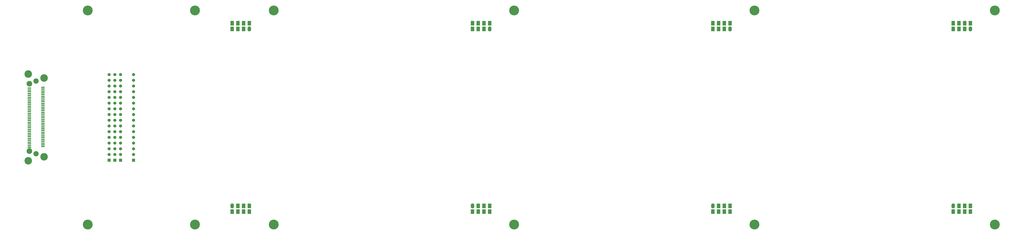
<source format=gts>
G04 Layer_Color=8388736*
%FSLAX44Y44*%
%MOMM*%
G71*
G01*
G75*
%ADD32R,1.6016X0.5516*%
%ADD33C,2.3516*%
%ADD34O,1.5240X2.2606*%
%ADD35R,1.5240X2.0066*%
%ADD36R,1.3716X1.3716*%
%ADD37C,1.3716*%
%ADD38C,3.3416*%
%ADD39C,2.5016*%
%ADD40C,4.3800*%
D32*
X26896Y-29746D02*
D03*
Y-13746D02*
D03*
X86896Y-89746D02*
D03*
X26896Y-85746D02*
D03*
Y-93746D02*
D03*
Y-133746D02*
D03*
X86896Y-25746D02*
D03*
Y-17746D02*
D03*
Y-33746D02*
D03*
Y118254D02*
D03*
Y102254D02*
D03*
Y86254D02*
D03*
Y70254D02*
D03*
Y54254D02*
D03*
Y38254D02*
D03*
Y22254D02*
D03*
Y-121746D02*
D03*
Y-105746D02*
D03*
Y-73746D02*
D03*
Y-57746D02*
D03*
Y-41746D02*
D03*
Y-9746D02*
D03*
X26896Y-117746D02*
D03*
Y-101746D02*
D03*
Y-69746D02*
D03*
Y-53746D02*
D03*
Y-37746D02*
D03*
Y-21746D02*
D03*
Y58254D02*
D03*
Y10254D02*
D03*
X86896Y-113746D02*
D03*
X86896Y-97746D02*
D03*
X86896Y-81746D02*
D03*
Y-65746D02*
D03*
Y-49746D02*
D03*
Y110254D02*
D03*
Y94254D02*
D03*
Y62254D02*
D03*
Y46254D02*
D03*
Y30254D02*
D03*
Y14254D02*
D03*
X26896Y-125746D02*
D03*
Y-109746D02*
D03*
Y-77746D02*
D03*
Y-61746D02*
D03*
Y-45746D02*
D03*
Y98254D02*
D03*
Y50254D02*
D03*
Y18254D02*
D03*
X86896Y126254D02*
D03*
X26896Y114254D02*
D03*
X86896Y-129746D02*
D03*
X86896Y78254D02*
D03*
X26896Y42254D02*
D03*
Y34254D02*
D03*
Y82254D02*
D03*
Y74254D02*
D03*
Y66254D02*
D03*
X86896Y134254D02*
D03*
X26896Y122254D02*
D03*
Y106254D02*
D03*
Y26254D02*
D03*
Y-5746D02*
D03*
X86896Y6254D02*
D03*
X26896Y130254D02*
D03*
X86896Y-1746D02*
D03*
X26896Y2254D02*
D03*
Y90254D02*
D03*
D33*
X56896Y162254D02*
D03*
Y-161746D02*
D03*
D34*
X1993900Y-393700D02*
D03*
X927100D02*
D03*
X1003300Y393700D02*
D03*
X2070100D02*
D03*
X3060700Y-393700D02*
D03*
X3136900Y393700D02*
D03*
X4203700D02*
D03*
X4127500Y-393700D02*
D03*
D35*
X2070100Y-419100D02*
D03*
X2044700D02*
D03*
X2019300D02*
D03*
X1993900D02*
D03*
X2044700Y-393700D02*
D03*
X2019300D02*
D03*
X2070100D02*
D03*
X1003300Y-419100D02*
D03*
X977900D02*
D03*
X952500D02*
D03*
X927100D02*
D03*
X977900Y-393700D02*
D03*
X952500D02*
D03*
X1003300D02*
D03*
X927100Y419100D02*
D03*
X952500D02*
D03*
X977900D02*
D03*
X1003300D02*
D03*
X952500Y393700D02*
D03*
X977900D02*
D03*
X927100D02*
D03*
X1993900Y419100D02*
D03*
X2019300D02*
D03*
X2044700D02*
D03*
X2070100D02*
D03*
X2019300Y393700D02*
D03*
X2044700D02*
D03*
X1993900D02*
D03*
X3136900Y-419100D02*
D03*
X3111500D02*
D03*
X3086100D02*
D03*
X3060700D02*
D03*
X3111500Y-393700D02*
D03*
X3086100D02*
D03*
X3136900D02*
D03*
X3060700Y419100D02*
D03*
X3086100D02*
D03*
X3111500D02*
D03*
X3136900D02*
D03*
X3086100Y393700D02*
D03*
X3111500D02*
D03*
X3060700D02*
D03*
X4127500Y419100D02*
D03*
X4152900D02*
D03*
X4178300D02*
D03*
X4203700D02*
D03*
X4152900Y393700D02*
D03*
X4178300D02*
D03*
X4127500D02*
D03*
X4203700Y-419100D02*
D03*
X4178300D02*
D03*
X4152900D02*
D03*
X4127500D02*
D03*
X4178300Y-393700D02*
D03*
X4152900D02*
D03*
X4203700D02*
D03*
D36*
X488950Y-190500D02*
D03*
X381000D02*
D03*
X406400D02*
D03*
X431800D02*
D03*
D37*
X488950Y-165100D02*
D03*
Y-139700D02*
D03*
Y-114300D02*
D03*
Y-88900D02*
D03*
Y-63500D02*
D03*
Y-38100D02*
D03*
Y-12700D02*
D03*
Y12700D02*
D03*
Y38100D02*
D03*
Y63500D02*
D03*
Y88900D02*
D03*
Y114300D02*
D03*
Y139700D02*
D03*
Y165100D02*
D03*
Y190500D02*
D03*
X381000D02*
D03*
Y165100D02*
D03*
Y139700D02*
D03*
Y114300D02*
D03*
Y88900D02*
D03*
Y63500D02*
D03*
Y38100D02*
D03*
Y12700D02*
D03*
Y-12700D02*
D03*
Y-38100D02*
D03*
Y-63500D02*
D03*
Y-88900D02*
D03*
Y-114300D02*
D03*
Y-139700D02*
D03*
Y-165100D02*
D03*
X406400Y190500D02*
D03*
Y165100D02*
D03*
Y139700D02*
D03*
Y114300D02*
D03*
Y88900D02*
D03*
Y63500D02*
D03*
Y38100D02*
D03*
Y12700D02*
D03*
Y-12700D02*
D03*
Y-38100D02*
D03*
Y-63500D02*
D03*
Y-88900D02*
D03*
Y-114300D02*
D03*
Y-139700D02*
D03*
Y-165100D02*
D03*
X431800Y190500D02*
D03*
Y165100D02*
D03*
Y139700D02*
D03*
Y114300D02*
D03*
Y88900D02*
D03*
Y63500D02*
D03*
Y38100D02*
D03*
Y12700D02*
D03*
Y-12700D02*
D03*
Y-38100D02*
D03*
Y-63500D02*
D03*
Y-88900D02*
D03*
Y-114300D02*
D03*
Y-139700D02*
D03*
Y-165100D02*
D03*
D38*
X92396Y-175146D02*
D03*
X21396Y-192446D02*
D03*
X92396Y175654D02*
D03*
X21396Y192954D02*
D03*
D39*
X26896Y-149746D02*
D03*
Y150254D02*
D03*
D40*
X285750Y476250D02*
D03*
X762000D02*
D03*
X1111250D02*
D03*
X2178050D02*
D03*
X3244850D02*
D03*
X4311650D02*
D03*
Y-476250D02*
D03*
X3244850D02*
D03*
X2178050D02*
D03*
X1111250D02*
D03*
X762000D02*
D03*
X285750D02*
D03*
M02*

</source>
